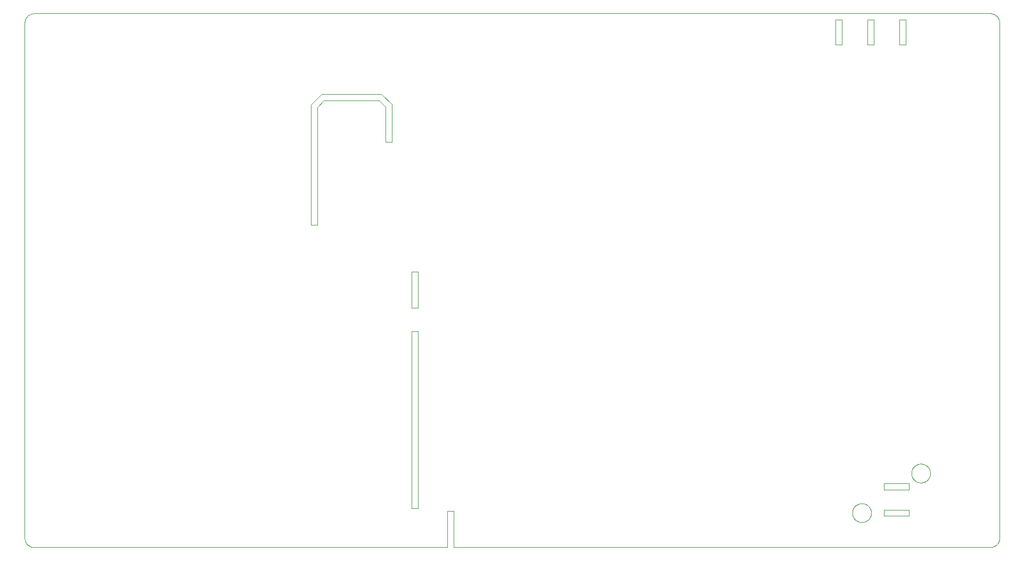
<source format=gko>
G75*
%MOIN*%
%OFA0B0*%
%FSLAX25Y25*%
%IPPOS*%
%LPD*%
%AMOC8*
5,1,8,0,0,1.08239X$1,22.5*
%
%ADD10C,0.00394*%
%ADD11C,0.00400*%
%ADD12C,0.00000*%
D10*
X0027759Y0014874D02*
X0286418Y0014874D01*
X0290418Y0014874D02*
X0626184Y0014874D01*
X0626336Y0014876D01*
X0626488Y0014882D01*
X0626640Y0014892D01*
X0626791Y0014905D01*
X0626942Y0014923D01*
X0627093Y0014944D01*
X0627243Y0014970D01*
X0627392Y0014999D01*
X0627541Y0015032D01*
X0627688Y0015069D01*
X0627835Y0015109D01*
X0627980Y0015154D01*
X0628124Y0015202D01*
X0628267Y0015254D01*
X0628409Y0015309D01*
X0628549Y0015368D01*
X0628688Y0015431D01*
X0628825Y0015497D01*
X0628960Y0015567D01*
X0629093Y0015640D01*
X0629224Y0015717D01*
X0629354Y0015797D01*
X0629481Y0015880D01*
X0629606Y0015966D01*
X0629729Y0016056D01*
X0629849Y0016149D01*
X0629967Y0016245D01*
X0630083Y0016344D01*
X0630196Y0016446D01*
X0630306Y0016550D01*
X0630414Y0016658D01*
X0630518Y0016768D01*
X0630620Y0016881D01*
X0630719Y0016997D01*
X0630815Y0017115D01*
X0630908Y0017235D01*
X0630998Y0017358D01*
X0631084Y0017483D01*
X0631167Y0017610D01*
X0631247Y0017740D01*
X0631324Y0017871D01*
X0631397Y0018004D01*
X0631467Y0018139D01*
X0631533Y0018276D01*
X0631596Y0018415D01*
X0631655Y0018555D01*
X0631710Y0018697D01*
X0631762Y0018840D01*
X0631810Y0018984D01*
X0631855Y0019129D01*
X0631895Y0019276D01*
X0631932Y0019423D01*
X0631965Y0019572D01*
X0631994Y0019721D01*
X0632020Y0019871D01*
X0632041Y0020022D01*
X0632059Y0020173D01*
X0632072Y0020324D01*
X0632082Y0020476D01*
X0632088Y0020628D01*
X0632090Y0020780D01*
X0632089Y0020780D02*
X0632089Y0343614D01*
X0632090Y0343614D02*
X0632088Y0343766D01*
X0632082Y0343918D01*
X0632072Y0344070D01*
X0632059Y0344221D01*
X0632041Y0344372D01*
X0632020Y0344523D01*
X0631994Y0344673D01*
X0631965Y0344822D01*
X0631932Y0344971D01*
X0631895Y0345118D01*
X0631855Y0345265D01*
X0631810Y0345410D01*
X0631762Y0345554D01*
X0631710Y0345697D01*
X0631655Y0345839D01*
X0631596Y0345979D01*
X0631533Y0346118D01*
X0631467Y0346255D01*
X0631397Y0346390D01*
X0631324Y0346523D01*
X0631247Y0346654D01*
X0631167Y0346784D01*
X0631084Y0346911D01*
X0630998Y0347036D01*
X0630908Y0347159D01*
X0630815Y0347279D01*
X0630719Y0347397D01*
X0630620Y0347513D01*
X0630518Y0347626D01*
X0630414Y0347736D01*
X0630306Y0347844D01*
X0630196Y0347948D01*
X0630083Y0348050D01*
X0629967Y0348149D01*
X0629849Y0348245D01*
X0629729Y0348338D01*
X0629606Y0348428D01*
X0629481Y0348514D01*
X0629354Y0348597D01*
X0629224Y0348677D01*
X0629093Y0348754D01*
X0628960Y0348827D01*
X0628825Y0348897D01*
X0628688Y0348963D01*
X0628549Y0349026D01*
X0628409Y0349085D01*
X0628267Y0349140D01*
X0628124Y0349192D01*
X0627980Y0349240D01*
X0627835Y0349285D01*
X0627688Y0349325D01*
X0627541Y0349362D01*
X0627392Y0349395D01*
X0627243Y0349424D01*
X0627093Y0349450D01*
X0626942Y0349471D01*
X0626791Y0349489D01*
X0626640Y0349502D01*
X0626488Y0349512D01*
X0626336Y0349518D01*
X0626184Y0349520D01*
X0027759Y0349520D01*
X0027607Y0349518D01*
X0027455Y0349512D01*
X0027303Y0349502D01*
X0027152Y0349489D01*
X0027001Y0349471D01*
X0026850Y0349450D01*
X0026700Y0349424D01*
X0026551Y0349395D01*
X0026402Y0349362D01*
X0026255Y0349325D01*
X0026108Y0349285D01*
X0025963Y0349240D01*
X0025819Y0349192D01*
X0025676Y0349140D01*
X0025534Y0349085D01*
X0025394Y0349026D01*
X0025255Y0348963D01*
X0025118Y0348897D01*
X0024983Y0348827D01*
X0024850Y0348754D01*
X0024719Y0348677D01*
X0024589Y0348597D01*
X0024462Y0348514D01*
X0024337Y0348428D01*
X0024214Y0348338D01*
X0024094Y0348245D01*
X0023976Y0348149D01*
X0023860Y0348050D01*
X0023747Y0347948D01*
X0023637Y0347844D01*
X0023529Y0347736D01*
X0023425Y0347626D01*
X0023323Y0347513D01*
X0023224Y0347397D01*
X0023128Y0347279D01*
X0023035Y0347159D01*
X0022945Y0347036D01*
X0022859Y0346911D01*
X0022776Y0346784D01*
X0022696Y0346654D01*
X0022619Y0346523D01*
X0022546Y0346390D01*
X0022476Y0346255D01*
X0022410Y0346118D01*
X0022347Y0345979D01*
X0022288Y0345839D01*
X0022233Y0345697D01*
X0022181Y0345554D01*
X0022133Y0345410D01*
X0022088Y0345265D01*
X0022048Y0345118D01*
X0022011Y0344971D01*
X0021978Y0344822D01*
X0021949Y0344673D01*
X0021923Y0344523D01*
X0021902Y0344372D01*
X0021884Y0344221D01*
X0021871Y0344070D01*
X0021861Y0343918D01*
X0021855Y0343766D01*
X0021853Y0343614D01*
X0021853Y0020780D01*
X0021855Y0020628D01*
X0021861Y0020476D01*
X0021871Y0020324D01*
X0021884Y0020173D01*
X0021902Y0020022D01*
X0021923Y0019871D01*
X0021949Y0019721D01*
X0021978Y0019572D01*
X0022011Y0019423D01*
X0022048Y0019276D01*
X0022088Y0019129D01*
X0022133Y0018984D01*
X0022181Y0018840D01*
X0022233Y0018697D01*
X0022288Y0018555D01*
X0022347Y0018415D01*
X0022410Y0018276D01*
X0022476Y0018139D01*
X0022546Y0018004D01*
X0022619Y0017871D01*
X0022696Y0017740D01*
X0022776Y0017610D01*
X0022859Y0017483D01*
X0022945Y0017358D01*
X0023035Y0017235D01*
X0023128Y0017115D01*
X0023224Y0016997D01*
X0023323Y0016881D01*
X0023425Y0016768D01*
X0023529Y0016658D01*
X0023637Y0016550D01*
X0023747Y0016446D01*
X0023860Y0016344D01*
X0023976Y0016245D01*
X0024094Y0016149D01*
X0024214Y0016056D01*
X0024337Y0015966D01*
X0024462Y0015880D01*
X0024589Y0015797D01*
X0024719Y0015717D01*
X0024850Y0015640D01*
X0024983Y0015567D01*
X0025118Y0015497D01*
X0025255Y0015431D01*
X0025394Y0015368D01*
X0025534Y0015309D01*
X0025676Y0015254D01*
X0025819Y0015202D01*
X0025963Y0015154D01*
X0026108Y0015109D01*
X0026255Y0015069D01*
X0026402Y0015032D01*
X0026551Y0014999D01*
X0026700Y0014970D01*
X0026850Y0014944D01*
X0027001Y0014923D01*
X0027152Y0014905D01*
X0027303Y0014892D01*
X0027455Y0014882D01*
X0027607Y0014876D01*
X0027759Y0014874D01*
X0529412Y0329835D02*
X0533349Y0329835D01*
X0533349Y0345583D01*
X0529412Y0345583D01*
X0529412Y0329835D01*
X0549412Y0329835D02*
X0553349Y0329835D01*
X0553349Y0345583D01*
X0549412Y0345583D01*
X0549412Y0329835D01*
X0569412Y0329835D02*
X0573349Y0329835D01*
X0573349Y0345583D01*
X0569412Y0345583D01*
X0569412Y0329835D01*
X0575542Y0054986D02*
X0559794Y0054986D01*
X0559794Y0051049D01*
X0575542Y0051049D01*
X0575542Y0054986D01*
X0575542Y0038451D02*
X0559794Y0038451D01*
X0559794Y0034514D01*
X0575542Y0034514D01*
X0575542Y0038451D01*
D11*
X0290418Y0037500D02*
X0290418Y0014874D01*
X0286418Y0014874D02*
X0286418Y0037500D01*
X0290418Y0037500D01*
X0268168Y0039250D02*
X0264168Y0039250D01*
X0264168Y0150250D01*
X0268168Y0150250D01*
X0268168Y0039250D01*
X0268168Y0165000D02*
X0264168Y0165000D01*
X0264168Y0187750D01*
X0268168Y0187750D01*
X0268168Y0165000D01*
X0204918Y0217000D02*
X0200918Y0217000D01*
X0200918Y0292250D01*
X0207668Y0299000D01*
X0245168Y0299000D01*
X0251668Y0292500D01*
X0251668Y0269000D01*
X0247668Y0269000D01*
X0247668Y0291000D01*
X0243668Y0295000D01*
X0209168Y0295000D01*
X0204918Y0290750D01*
X0204918Y0217000D01*
D12*
X0539912Y0036482D02*
X0539914Y0036635D01*
X0539920Y0036789D01*
X0539930Y0036942D01*
X0539944Y0037094D01*
X0539962Y0037247D01*
X0539984Y0037398D01*
X0540009Y0037549D01*
X0540039Y0037700D01*
X0540073Y0037850D01*
X0540110Y0037998D01*
X0540151Y0038146D01*
X0540196Y0038292D01*
X0540245Y0038438D01*
X0540298Y0038582D01*
X0540354Y0038724D01*
X0540414Y0038865D01*
X0540478Y0039005D01*
X0540545Y0039143D01*
X0540616Y0039279D01*
X0540691Y0039413D01*
X0540768Y0039545D01*
X0540850Y0039675D01*
X0540934Y0039803D01*
X0541022Y0039929D01*
X0541113Y0040052D01*
X0541207Y0040173D01*
X0541305Y0040291D01*
X0541405Y0040407D01*
X0541509Y0040520D01*
X0541615Y0040631D01*
X0541724Y0040739D01*
X0541836Y0040844D01*
X0541950Y0040945D01*
X0542068Y0041044D01*
X0542187Y0041140D01*
X0542309Y0041233D01*
X0542434Y0041322D01*
X0542561Y0041409D01*
X0542690Y0041491D01*
X0542821Y0041571D01*
X0542954Y0041647D01*
X0543089Y0041720D01*
X0543226Y0041789D01*
X0543365Y0041854D01*
X0543505Y0041916D01*
X0543647Y0041974D01*
X0543790Y0042029D01*
X0543935Y0042080D01*
X0544081Y0042127D01*
X0544228Y0042170D01*
X0544376Y0042209D01*
X0544525Y0042245D01*
X0544675Y0042276D01*
X0544826Y0042304D01*
X0544977Y0042328D01*
X0545130Y0042348D01*
X0545282Y0042364D01*
X0545435Y0042376D01*
X0545588Y0042384D01*
X0545741Y0042388D01*
X0545895Y0042388D01*
X0546048Y0042384D01*
X0546201Y0042376D01*
X0546354Y0042364D01*
X0546506Y0042348D01*
X0546659Y0042328D01*
X0546810Y0042304D01*
X0546961Y0042276D01*
X0547111Y0042245D01*
X0547260Y0042209D01*
X0547408Y0042170D01*
X0547555Y0042127D01*
X0547701Y0042080D01*
X0547846Y0042029D01*
X0547989Y0041974D01*
X0548131Y0041916D01*
X0548271Y0041854D01*
X0548410Y0041789D01*
X0548547Y0041720D01*
X0548682Y0041647D01*
X0548815Y0041571D01*
X0548946Y0041491D01*
X0549075Y0041409D01*
X0549202Y0041322D01*
X0549327Y0041233D01*
X0549449Y0041140D01*
X0549568Y0041044D01*
X0549686Y0040945D01*
X0549800Y0040844D01*
X0549912Y0040739D01*
X0550021Y0040631D01*
X0550127Y0040520D01*
X0550231Y0040407D01*
X0550331Y0040291D01*
X0550429Y0040173D01*
X0550523Y0040052D01*
X0550614Y0039929D01*
X0550702Y0039803D01*
X0550786Y0039675D01*
X0550868Y0039545D01*
X0550945Y0039413D01*
X0551020Y0039279D01*
X0551091Y0039143D01*
X0551158Y0039005D01*
X0551222Y0038865D01*
X0551282Y0038724D01*
X0551338Y0038582D01*
X0551391Y0038438D01*
X0551440Y0038292D01*
X0551485Y0038146D01*
X0551526Y0037998D01*
X0551563Y0037850D01*
X0551597Y0037700D01*
X0551627Y0037549D01*
X0551652Y0037398D01*
X0551674Y0037247D01*
X0551692Y0037094D01*
X0551706Y0036942D01*
X0551716Y0036789D01*
X0551722Y0036635D01*
X0551724Y0036482D01*
X0551722Y0036329D01*
X0551716Y0036175D01*
X0551706Y0036022D01*
X0551692Y0035870D01*
X0551674Y0035717D01*
X0551652Y0035566D01*
X0551627Y0035415D01*
X0551597Y0035264D01*
X0551563Y0035114D01*
X0551526Y0034966D01*
X0551485Y0034818D01*
X0551440Y0034672D01*
X0551391Y0034526D01*
X0551338Y0034382D01*
X0551282Y0034240D01*
X0551222Y0034099D01*
X0551158Y0033959D01*
X0551091Y0033821D01*
X0551020Y0033685D01*
X0550945Y0033551D01*
X0550868Y0033419D01*
X0550786Y0033289D01*
X0550702Y0033161D01*
X0550614Y0033035D01*
X0550523Y0032912D01*
X0550429Y0032791D01*
X0550331Y0032673D01*
X0550231Y0032557D01*
X0550127Y0032444D01*
X0550021Y0032333D01*
X0549912Y0032225D01*
X0549800Y0032120D01*
X0549686Y0032019D01*
X0549568Y0031920D01*
X0549449Y0031824D01*
X0549327Y0031731D01*
X0549202Y0031642D01*
X0549075Y0031555D01*
X0548946Y0031473D01*
X0548815Y0031393D01*
X0548682Y0031317D01*
X0548547Y0031244D01*
X0548410Y0031175D01*
X0548271Y0031110D01*
X0548131Y0031048D01*
X0547989Y0030990D01*
X0547846Y0030935D01*
X0547701Y0030884D01*
X0547555Y0030837D01*
X0547408Y0030794D01*
X0547260Y0030755D01*
X0547111Y0030719D01*
X0546961Y0030688D01*
X0546810Y0030660D01*
X0546659Y0030636D01*
X0546506Y0030616D01*
X0546354Y0030600D01*
X0546201Y0030588D01*
X0546048Y0030580D01*
X0545895Y0030576D01*
X0545741Y0030576D01*
X0545588Y0030580D01*
X0545435Y0030588D01*
X0545282Y0030600D01*
X0545130Y0030616D01*
X0544977Y0030636D01*
X0544826Y0030660D01*
X0544675Y0030688D01*
X0544525Y0030719D01*
X0544376Y0030755D01*
X0544228Y0030794D01*
X0544081Y0030837D01*
X0543935Y0030884D01*
X0543790Y0030935D01*
X0543647Y0030990D01*
X0543505Y0031048D01*
X0543365Y0031110D01*
X0543226Y0031175D01*
X0543089Y0031244D01*
X0542954Y0031317D01*
X0542821Y0031393D01*
X0542690Y0031473D01*
X0542561Y0031555D01*
X0542434Y0031642D01*
X0542309Y0031731D01*
X0542187Y0031824D01*
X0542068Y0031920D01*
X0541950Y0032019D01*
X0541836Y0032120D01*
X0541724Y0032225D01*
X0541615Y0032333D01*
X0541509Y0032444D01*
X0541405Y0032557D01*
X0541305Y0032673D01*
X0541207Y0032791D01*
X0541113Y0032912D01*
X0541022Y0033035D01*
X0540934Y0033161D01*
X0540850Y0033289D01*
X0540768Y0033419D01*
X0540691Y0033551D01*
X0540616Y0033685D01*
X0540545Y0033821D01*
X0540478Y0033959D01*
X0540414Y0034099D01*
X0540354Y0034240D01*
X0540298Y0034382D01*
X0540245Y0034526D01*
X0540196Y0034672D01*
X0540151Y0034818D01*
X0540110Y0034966D01*
X0540073Y0035114D01*
X0540039Y0035264D01*
X0540009Y0035415D01*
X0539984Y0035566D01*
X0539962Y0035717D01*
X0539944Y0035870D01*
X0539930Y0036022D01*
X0539920Y0036175D01*
X0539914Y0036329D01*
X0539912Y0036482D01*
X0576919Y0061285D02*
X0576921Y0061438D01*
X0576927Y0061592D01*
X0576937Y0061745D01*
X0576951Y0061897D01*
X0576969Y0062050D01*
X0576991Y0062201D01*
X0577016Y0062352D01*
X0577046Y0062503D01*
X0577080Y0062653D01*
X0577117Y0062801D01*
X0577158Y0062949D01*
X0577203Y0063095D01*
X0577252Y0063241D01*
X0577305Y0063385D01*
X0577361Y0063527D01*
X0577421Y0063668D01*
X0577485Y0063808D01*
X0577552Y0063946D01*
X0577623Y0064082D01*
X0577698Y0064216D01*
X0577775Y0064348D01*
X0577857Y0064478D01*
X0577941Y0064606D01*
X0578029Y0064732D01*
X0578120Y0064855D01*
X0578214Y0064976D01*
X0578312Y0065094D01*
X0578412Y0065210D01*
X0578516Y0065323D01*
X0578622Y0065434D01*
X0578731Y0065542D01*
X0578843Y0065647D01*
X0578957Y0065748D01*
X0579075Y0065847D01*
X0579194Y0065943D01*
X0579316Y0066036D01*
X0579441Y0066125D01*
X0579568Y0066212D01*
X0579697Y0066294D01*
X0579828Y0066374D01*
X0579961Y0066450D01*
X0580096Y0066523D01*
X0580233Y0066592D01*
X0580372Y0066657D01*
X0580512Y0066719D01*
X0580654Y0066777D01*
X0580797Y0066832D01*
X0580942Y0066883D01*
X0581088Y0066930D01*
X0581235Y0066973D01*
X0581383Y0067012D01*
X0581532Y0067048D01*
X0581682Y0067079D01*
X0581833Y0067107D01*
X0581984Y0067131D01*
X0582137Y0067151D01*
X0582289Y0067167D01*
X0582442Y0067179D01*
X0582595Y0067187D01*
X0582748Y0067191D01*
X0582902Y0067191D01*
X0583055Y0067187D01*
X0583208Y0067179D01*
X0583361Y0067167D01*
X0583513Y0067151D01*
X0583666Y0067131D01*
X0583817Y0067107D01*
X0583968Y0067079D01*
X0584118Y0067048D01*
X0584267Y0067012D01*
X0584415Y0066973D01*
X0584562Y0066930D01*
X0584708Y0066883D01*
X0584853Y0066832D01*
X0584996Y0066777D01*
X0585138Y0066719D01*
X0585278Y0066657D01*
X0585417Y0066592D01*
X0585554Y0066523D01*
X0585689Y0066450D01*
X0585822Y0066374D01*
X0585953Y0066294D01*
X0586082Y0066212D01*
X0586209Y0066125D01*
X0586334Y0066036D01*
X0586456Y0065943D01*
X0586575Y0065847D01*
X0586693Y0065748D01*
X0586807Y0065647D01*
X0586919Y0065542D01*
X0587028Y0065434D01*
X0587134Y0065323D01*
X0587238Y0065210D01*
X0587338Y0065094D01*
X0587436Y0064976D01*
X0587530Y0064855D01*
X0587621Y0064732D01*
X0587709Y0064606D01*
X0587793Y0064478D01*
X0587875Y0064348D01*
X0587952Y0064216D01*
X0588027Y0064082D01*
X0588098Y0063946D01*
X0588165Y0063808D01*
X0588229Y0063668D01*
X0588289Y0063527D01*
X0588345Y0063385D01*
X0588398Y0063241D01*
X0588447Y0063095D01*
X0588492Y0062949D01*
X0588533Y0062801D01*
X0588570Y0062653D01*
X0588604Y0062503D01*
X0588634Y0062352D01*
X0588659Y0062201D01*
X0588681Y0062050D01*
X0588699Y0061897D01*
X0588713Y0061745D01*
X0588723Y0061592D01*
X0588729Y0061438D01*
X0588731Y0061285D01*
X0588729Y0061132D01*
X0588723Y0060978D01*
X0588713Y0060825D01*
X0588699Y0060673D01*
X0588681Y0060520D01*
X0588659Y0060369D01*
X0588634Y0060218D01*
X0588604Y0060067D01*
X0588570Y0059917D01*
X0588533Y0059769D01*
X0588492Y0059621D01*
X0588447Y0059475D01*
X0588398Y0059329D01*
X0588345Y0059185D01*
X0588289Y0059043D01*
X0588229Y0058902D01*
X0588165Y0058762D01*
X0588098Y0058624D01*
X0588027Y0058488D01*
X0587952Y0058354D01*
X0587875Y0058222D01*
X0587793Y0058092D01*
X0587709Y0057964D01*
X0587621Y0057838D01*
X0587530Y0057715D01*
X0587436Y0057594D01*
X0587338Y0057476D01*
X0587238Y0057360D01*
X0587134Y0057247D01*
X0587028Y0057136D01*
X0586919Y0057028D01*
X0586807Y0056923D01*
X0586693Y0056822D01*
X0586575Y0056723D01*
X0586456Y0056627D01*
X0586334Y0056534D01*
X0586209Y0056445D01*
X0586082Y0056358D01*
X0585953Y0056276D01*
X0585822Y0056196D01*
X0585689Y0056120D01*
X0585554Y0056047D01*
X0585417Y0055978D01*
X0585278Y0055913D01*
X0585138Y0055851D01*
X0584996Y0055793D01*
X0584853Y0055738D01*
X0584708Y0055687D01*
X0584562Y0055640D01*
X0584415Y0055597D01*
X0584267Y0055558D01*
X0584118Y0055522D01*
X0583968Y0055491D01*
X0583817Y0055463D01*
X0583666Y0055439D01*
X0583513Y0055419D01*
X0583361Y0055403D01*
X0583208Y0055391D01*
X0583055Y0055383D01*
X0582902Y0055379D01*
X0582748Y0055379D01*
X0582595Y0055383D01*
X0582442Y0055391D01*
X0582289Y0055403D01*
X0582137Y0055419D01*
X0581984Y0055439D01*
X0581833Y0055463D01*
X0581682Y0055491D01*
X0581532Y0055522D01*
X0581383Y0055558D01*
X0581235Y0055597D01*
X0581088Y0055640D01*
X0580942Y0055687D01*
X0580797Y0055738D01*
X0580654Y0055793D01*
X0580512Y0055851D01*
X0580372Y0055913D01*
X0580233Y0055978D01*
X0580096Y0056047D01*
X0579961Y0056120D01*
X0579828Y0056196D01*
X0579697Y0056276D01*
X0579568Y0056358D01*
X0579441Y0056445D01*
X0579316Y0056534D01*
X0579194Y0056627D01*
X0579075Y0056723D01*
X0578957Y0056822D01*
X0578843Y0056923D01*
X0578731Y0057028D01*
X0578622Y0057136D01*
X0578516Y0057247D01*
X0578412Y0057360D01*
X0578312Y0057476D01*
X0578214Y0057594D01*
X0578120Y0057715D01*
X0578029Y0057838D01*
X0577941Y0057964D01*
X0577857Y0058092D01*
X0577775Y0058222D01*
X0577698Y0058354D01*
X0577623Y0058488D01*
X0577552Y0058624D01*
X0577485Y0058762D01*
X0577421Y0058902D01*
X0577361Y0059043D01*
X0577305Y0059185D01*
X0577252Y0059329D01*
X0577203Y0059475D01*
X0577158Y0059621D01*
X0577117Y0059769D01*
X0577080Y0059917D01*
X0577046Y0060067D01*
X0577016Y0060218D01*
X0576991Y0060369D01*
X0576969Y0060520D01*
X0576951Y0060673D01*
X0576937Y0060825D01*
X0576927Y0060978D01*
X0576921Y0061132D01*
X0576919Y0061285D01*
M02*

</source>
